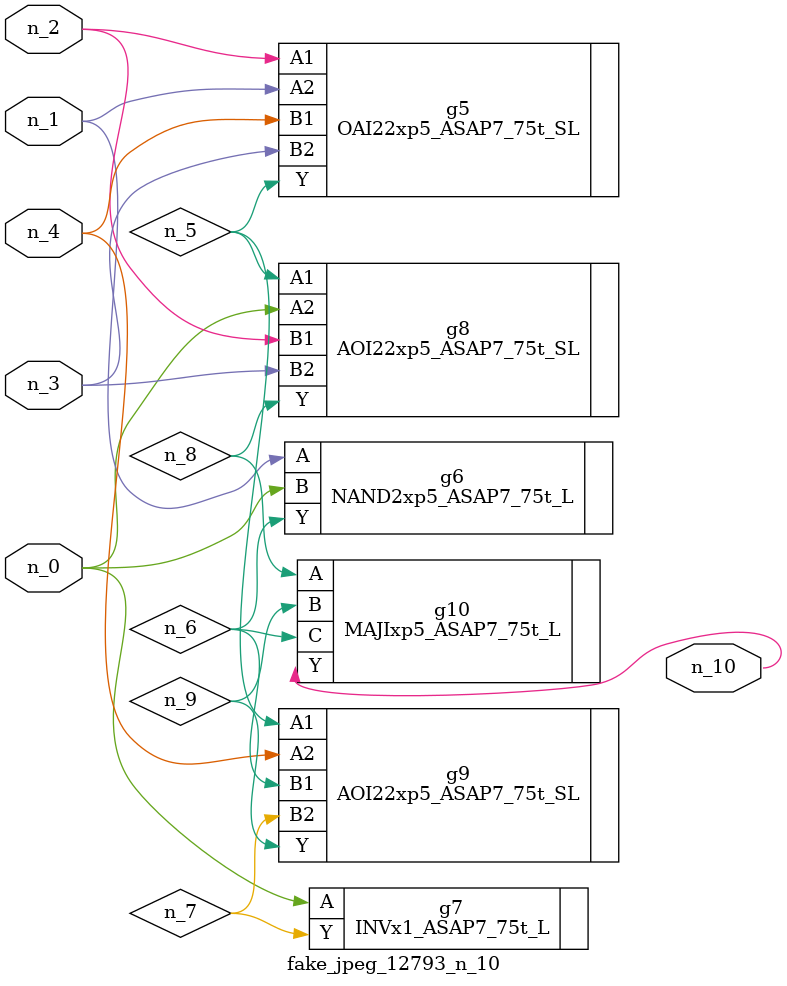
<source format=v>
module fake_jpeg_12793_n_10 (n_3, n_2, n_1, n_0, n_4, n_10);

input n_3;
input n_2;
input n_1;
input n_0;
input n_4;

output n_10;

wire n_8;
wire n_9;
wire n_6;
wire n_5;
wire n_7;

OAI22xp5_ASAP7_75t_SL g5 ( 
.A1(n_2),
.A2(n_1),
.B1(n_4),
.B2(n_3),
.Y(n_5)
);

NAND2xp5_ASAP7_75t_L g6 ( 
.A(n_1),
.B(n_0),
.Y(n_6)
);

INVx1_ASAP7_75t_L g7 ( 
.A(n_0),
.Y(n_7)
);

AOI22xp5_ASAP7_75t_SL g8 ( 
.A1(n_5),
.A2(n_0),
.B1(n_2),
.B2(n_3),
.Y(n_8)
);

MAJIxp5_ASAP7_75t_L g10 ( 
.A(n_8),
.B(n_9),
.C(n_6),
.Y(n_10)
);

AOI22xp5_ASAP7_75t_SL g9 ( 
.A1(n_5),
.A2(n_4),
.B1(n_6),
.B2(n_7),
.Y(n_9)
);


endmodule
</source>
